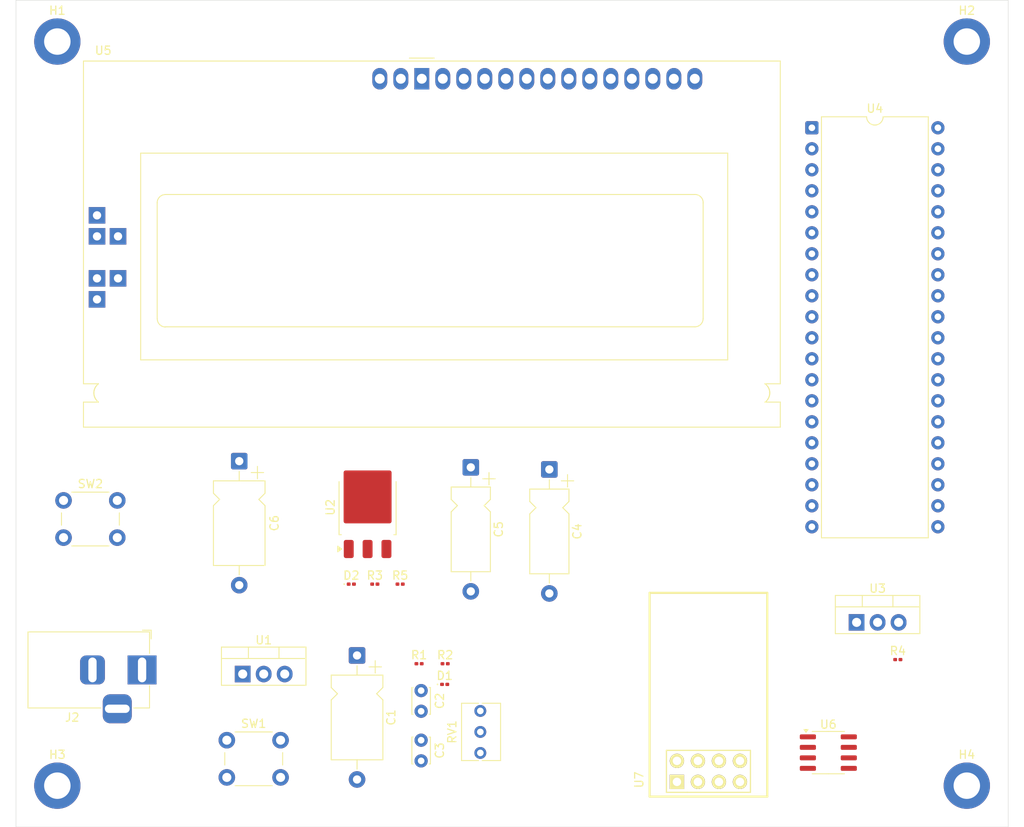
<source format=kicad_pcb>
(kicad_pcb (version 20241229) (generator "pcbnew") (generator_version "9.0")
  (title_block (title "Temperature Logger") (date "2025-07-15") (rev "1.0"))
  (layers (0 "F.Cu" signal) (2 "B.Cu" signal) (13 "F.Paste" user) (15 "B.Paste" user) (5 "F.SilkS" user "F.Silkscreen") (7 "B.SilkS" user "B.Silkscreen") (1 "F.Mask" user) (3 "B.Mask" user) (25 "Edge.Cuts" user))
  (net 0 "")
  (net 1 "GND")
  (net 2 "Net-(U1-VI)")
  (net 3 "Net-(U1-VO)")
  (net 4 "Net-(U4-RE3{slash}~{MCLR}{slash}Vpp)")
  (net 5 "Net-(U2-VO)")
  (net 6 "Net-(U7-RST)")
  (net 7 "Net-(D1-A)")
  (net 8 "Net-(D2-A)")
  (net 13 "Net-(U3-V_{OUT})")
  (net 14 "Net-(U5-A{slash}VEE)")
  (net 15 "+5V")
  (net 19 "Net-(U4-C12IN2-{slash}PGM{slash}AN9{slash}RB3)")
  (net 21 "Net-(U4-RD3)")
  (net 26 "Net-(U4-ICSPDAT{slash}RB7)")
  (net 29 "Net-(U4-C12IN3-{slash}AN10{slash}RB1)")
  (net 31 "Net-(U4-RD2)")
  (net 32 "Net-(U4-~{T1G}{slash}AN13{slash}RB5)")
  (net 35 "Net-(U4-ICSPCLK{slash}RB6)")
  (net 36 "Net-(U4-INT{slash}AN12{slash}RB0)")
  (net 37 "Net-(U4-AN11{slash}RB4)")
  (net 42 "Net-(U4-TX{slash}CK{slash}RC6)")
  (net 43 "Net-(U4-RX{slash}DT{slash}RC7)")
  (net 44 "Net-(U4-AN8{slash}RB2)")
  (net 58 "Net-(U6-SDAB)")
  (net 59 "Net-(U6-SCLB)")
  (footprint "Capacitor_THT:CP_Axial_L10.0mm_D4.5mm_P15.00mm_Horizontal" (layer "F.Cu") (at 132.7575 122.25 -90)
    (property "Reference" "C4" (at 7.5 -3.37 90) (layer "F.SilkS"))
    (property "Value" "100uF")
    (fp_line (start 2.38 2.37) (end 3.88 2.37) (stroke (width 0.12)) (layer "F.SilkS"))
    (fp_line (start 3.88 2.37) (end 4.63 1.62) (stroke (width 0.12)) (layer "F.SilkS"))
    (fp_line (start 5.38 2.37) (end 12.62 2.37) (stroke (width 0.12)) (layer "F.SilkS"))
    (fp_line (start 4.63 1.62) (end 5.38 2.37) (stroke (width 0.12)) (layer "F.SilkS"))
    (fp_line (start 1.24 0) (end 2.38 0) (stroke (width 0.12)) (layer "F.SilkS"))
    (fp_line (start 13.76 0) (end 12.62 0) (stroke (width 0.12)) (layer "F.SilkS"))
    (fp_line (start 4.63 -1.62) (end 5.38 -2.37) (stroke (width 0.12)) (layer "F.SilkS"))
    (fp_line (start 0.63 -2.2) (end 2.13 -2.2) (stroke (width 0.12)) (layer "F.SilkS"))
    (fp_line (start 2.38 -2.37) (end 2.38 2.37) (stroke (width 0.12)) (layer "F.SilkS"))
    (fp_line (start 2.38 -2.37) (end 3.88 -2.37) (stroke (width 0.12)) (layer "F.SilkS"))
    (fp_line (start 3.88 -2.37) (end 4.63 -1.62) (stroke (width 0.12)) (layer "F.SilkS"))
    (fp_line (start 5.38 -2.37) (end 12.62 -2.37) (stroke (width 0.12)) (layer "F.SilkS"))
    (fp_line (start 12.62 -2.37) (end 12.62 2.37) (stroke (width 0.12)) (layer "F.SilkS"))
    (fp_line (start 1.38 -2.95) (end 1.38 -1.45) (stroke (width 0.12)) (layer "F.SilkS"))
    (pad "1" thru_hole roundrect (at 0 0 270) (size 2 2) (drill 1) (layers "*.Cu" "*.Mask") (roundrect_rratio 0.125) (net 5 "Net-(U2-VO)"))
    (pad "2" thru_hole circle (at 15 0 270) (size 2 2) (drill 1) (layers "*.Cu" "*.Mask") (net 1 "GND"))
  )
  (footprint "Button_Switch_THT:SW_PUSH_6mm_H4.3mm" (layer "F.Cu") (at 93.75 155)
    (property "Reference" "SW1" (at 3.25 -2 0) (layer "F.SilkS"))
    (property "Value" "SW_Push")
    (fp_line (start -0.25 1.5) (end -0.25 3) (stroke (width 0.12)) (layer "F.SilkS"))
    (fp_line (start 1 5.5) (end 5.5 5.5) (stroke (width 0.12)) (layer "F.SilkS"))
    (fp_line (start 5.5 -1) (end 1 -1) (stroke (width 0.12)) (layer "F.SilkS"))
    (fp_line (start 6.75 3) (end 6.75 1.5) (stroke (width 0.12)) (layer "F.SilkS"))
    (pad "1" thru_hole circle (at 0 0 90) (size 2 2) (drill 1.1) (layers "*.Cu" "*.Mask") (net 4 "Net-(U4-RE3{slash}~{MCLR}{slash}Vpp)"))
    (pad "1" thru_hole circle (at 6.5 0 90) (size 2 2) (drill 1.1) (layers "*.Cu" "*.Mask") (net 4 "Net-(U4-RE3{slash}~{MCLR}{slash}Vpp)"))
    (pad "2" thru_hole circle (at 0 4.5 90) (size 2 2) (drill 1.1) (layers "*.Cu" "*.Mask") (net 1 "GND"))
    (pad "2" thru_hole circle (at 6.5 4.5 90) (size 2 2) (drill 1.1) (layers "*.Cu" "*.Mask") (net 1 "GND"))
  )
  (footprint "Resistor_SMD:R_0201_0603Metric" (layer "F.Cu") (at 114.71 136.125)
    (property "Reference" "R5" (at 0 -1.05 0) (layer "F.SilkS"))
    (property "Value" "10k")
    (pad "1" smd roundrect (at -0.32 0) (size 0.46 0.4) (layers "F.Cu" "F.Mask") (net 5 "Net-(U2-VO)"))
    (pad "2" smd roundrect (at 0.32 0) (size 0.46 0.4) (layers "F.Cu" "F.Mask") (net 6 "Net-(U7-RST)"))
  )
  (footprint "Display:RC1602A" (layer "F.Cu") (at 117.33 75)
    (property "Reference" "U5" (at -38.53 -3.41 180) (layer "F.SilkS"))
    (property "Value" "RC1602A-GHW-ESX")
    (fp_line (start -40.92 -2.14) (end 43.36 -2.14) (stroke (width 0.12)) (layer "F.SilkS"))
    (fp_line (start -40.92 36.89) (end -40.92 -2.14) (stroke (width 0.12)) (layer "F.SilkS"))
    (fp_line (start -40.92 36.89) (end -39.1 36.89) (stroke (width 0.12)) (layer "F.SilkS"))
    (fp_line (start -40.92 39.11) (end -39.1 39.11) (stroke (width 0.12)) (layer "F.SilkS"))
    (fp_line (start -40.92 42.14) (end -40.92 39.11) (stroke (width 0.12)) (layer "F.SilkS"))
    (fp_line (start -34 9) (end 37 9) (stroke (width 0.12)) (layer "F.SilkS"))
    (fp_line (start -34 34) (end -34 9) (stroke (width 0.12)) (layer "F.SilkS"))
    (fp_line (start -32 29) (end -32 15) (stroke (width 0.12)) (layer "F.SilkS"))
    (fp_line (start -31 14) (end 33 14) (stroke (width 0.12)) (layer "F.SilkS"))
    (fp_line (start -1.5 -2.5) (end 1.5 -2.5) (stroke (width 0.12)) (layer "F.SilkS"))
    (fp_line (start 33 30) (end -31 30) (stroke (width 0.12)) (layer "F.SilkS"))
    (fp_line (start 34.03 15) (end 34.03 29) (stroke (width 0.12)) (layer "F.SilkS"))
    (fp_line (start 37 9) (end 37 34) (stroke (width 0.12)) (layer "F.SilkS"))
    (fp_line (start 37 34) (end -34 34) (stroke (width 0.12)) (layer "F.SilkS"))
    (fp_line (start 41.5 39.11) (end 43.36 39.11) (stroke (width 0.12)) (layer "F.SilkS"))
    (fp_line (start 43.36 -2.14) (end 43.36 36.89) (stroke (width 0.12)) (layer "F.SilkS"))
    (fp_line (start 43.36 36.89) (end 41.5 36.89) (stroke (width 0.12)) (layer "F.SilkS"))
    (fp_line (start 43.36 39.11) (end 43.36 42.14) (stroke (width 0.12)) (layer "F.SilkS"))
    (fp_line (start 43.36 42.14) (end -40.92 42.14) (stroke (width 0.12)) (layer "F.SilkS"))
    (fp_arc (start -39.39 38.82) (mid -39.644716 37.794939) (end -39.1 36.89) (stroke (width 0.12)) (layer "F.SilkS"))
    (fp_arc (start -39.1 39.11) (mid -39.644716 38.205061) (end -39.39 37.18) (stroke (width 0.12)) (layer "F.SilkS"))
    (fp_arc (start -32.00286 15.00246) (mid -31.710488 14.296612) (end -31.00464 14.00424) (stroke (width 0.12)) (layer "F.SilkS"))
    (fp_arc (start -30.99464 30.0237) (mid -31.702284 29.730584) (end -31.9954 29.02294) (stroke (width 0.12)) (layer "F.SilkS"))
    (fp_arc (start 33.03574 13.99424) (mid 33.741588 14.286612) (end 34.03396 14.99246) (stroke (width 0.12)) (layer "F.SilkS"))
    (fp_arc (start 34.0265 29.00294) (mid 33.733384 29.710584) (end 33.02574 30.0037) (stroke (width 0.12)) (layer "F.SilkS"))
    (fp_arc (start 41.5 36.89) (mid 42.059361 37.759584) (end 41.84 38.77) (stroke (width 0.12)) (layer "F.SilkS"))
    (fp_arc (start 41.84 37.21) (mid 42.070574 38.233345) (end 41.51 39.12) (stroke (width 0.12)) (layer "F.SilkS"))
    (pad "" np_thru_hole circle (at -38.28 38 180) (size 2.5 2.5) (drill 2.5) (layers "*.Cu" "*.Mask"))
    (pad "" np_thru_hole circle (at -36.78 2 180) (size 2.5 2.5) (drill 2.5) (layers "*.Cu" "*.Mask"))
    (pad "" np_thru_hole circle (at 39.22 2 180) (size 2.5 2.5) (drill 2.5) (layers "*.Cu" "*.Mask"))
    (pad "" np_thru_hole circle (at 40.72 38 180) (size 2.5 2.5) (drill 2.5) (layers "*.Cu" "*.Mask"))
    (pad "1" thru_hole rect (at 0 0 180) (size 1.8 2.6) (drill 1.2) (layers "*.Cu" "*.Mask") (net 1 "GND"))
    (pad "2" thru_hole oval (at 2.54 0 180) (size 1.8 2.6) (drill 1.2) (layers "*.Cu" "*.Mask") (net 3 "Net-(U1-VO)"))
    (pad "3" thru_hole oval (at 5.08 0 180) (size 1.8 2.6) (drill 1.2) (layers "*.Cu" "*.Mask"))
    (pad "4" thru_hole oval (at 7.62 0 180) (size 1.8 2.6) (drill 1.2) (layers "*.Cu" "*.Mask") (net 21 "Net-(U4-RD3)"))
    (pad "5" thru_hole oval (at 10.16 0 180) (size 1.8 2.6) (drill 1.2) (layers "*.Cu" "*.Mask") (net 1 "GND"))
    (pad "6" thru_hole oval (at 12.7 0 180) (size 1.8 2.6) (drill 1.2) (layers "*.Cu" "*.Mask") (net 31 "Net-(U4-RD2)"))
    (pad "7" thru_hole oval (at 15.24 0 180) (size 1.8 2.6) (drill 1.2) (layers "*.Cu" "*.Mask") (net 36 "Net-(U4-INT{slash}AN12{slash}RB0)"))
    (pad "8" thru_hole oval (at 17.78 0 180) (size 1.8 2.6) (drill 1.2) (layers "*.Cu" "*.Mask") (net 29 "Net-(U4-C12IN3-{slash}AN10{slash}RB1)"))
    (pad "9" thru_hole oval (at 20.32 0 180) (size 1.8 2.6) (drill 1.2) (layers "*.Cu" "*.Mask") (net 44 "Net-(U4-AN8{slash}RB2)"))
    (pad "10" thru_hole oval (at 22.86 0 180) (size 1.8 2.6) (drill 1.2) (layers "*.Cu" "*.Mask") (net 19 "Net-(U4-C12IN2-{slash}PGM{slash}AN9{slash}RB3)"))
    (pad "11" thru_hole oval (at 25.4 0 180) (size 1.8 2.6) (drill 1.2) (layers "*.Cu" "*.Mask") (net 37 "Net-(U4-AN11{slash}RB4)"))
    (pad "12" thru_hole oval (at 27.94 0 180) (size 1.8 2.6) (drill 1.2) (layers "*.Cu" "*.Mask") (net 32 "Net-(U4-~{T1G}{slash}AN13{slash}RB5)"))
    (pad "13" thru_hole oval (at 30.48508 0.00254 180) (size 1.8 2.6) (drill 1.2) (layers "*.Cu" "*.Mask") (net 35 "Net-(U4-ICSPCLK{slash}RB6)"))
    (pad "14" thru_hole oval (at 33.02 0 180) (size 1.8 2.6) (drill 1.2) (layers "*.Cu" "*.Mask") (net 26 "Net-(U4-ICSPDAT{slash}RB7)"))
    (pad "15" thru_hole oval (at -5.08 0 180) (size 1.8 2.6) (drill 1.2) (layers "*.Cu" "*.Mask") (net 14 "Net-(U5-A{slash}VEE)"))
    (pad "16" thru_hole oval (at -2.53492 0.00254 180) (size 1.8 2.6) (drill 1.2) (layers "*.Cu" "*.Mask"))
    (pad "A1" thru_hole rect (at -39.28 24.14 180) (size 2 2) (drill 1) (layers "*.Cu" "*.Mask"))
    (pad "A1" thru_hole rect (at -39.28 26.68 180) (size 2 2) (drill 1) (layers "*.Cu" "*.Mask"))
    (pad "A1" thru_hole rect (at -36.74 24.14 180) (size 2 2) (drill 1) (layers "*.Cu" "*.Mask"))
    (pad "K1" thru_hole rect (at -39.28 16.52 180) (size 2 2) (drill 1) (layers "*.Cu" "*.Mask"))
    (pad "K1" thru_hole rect (at -39.28 19.06 180) (size 2 2) (drill 1) (layers "*.Cu" "*.Mask"))
    (pad "K1" thru_hole rect (at -36.74 19.06 180) (size 2 2) (drill 1) (layers "*.Cu" "*.Mask"))
  )
  (footprint "Potentiometer_THT:Potentiometer_Bourns_3266Y_Vertical" (layer "F.Cu") (at 124.41 151.46 90)
    (property "Reference" "RV1" (at -2.54 -3.41 90) (layer "F.SilkS"))
    (property "Value" "R_Potentiometer")
    (fp_line (start 0.925 -2.27) (end 0.925 -0.217) (stroke (width 0.12)) (layer "F.SilkS"))
    (fp_line (start -6.005 -2.27) (end 0.925 -2.27) (stroke (width 0.12)) (layer "F.SilkS"))
    (fp_line (start -6.005 -2.27) (end -6.005 -0.217) (stroke (width 0.12)) (layer "F.SilkS"))
    (fp_line (start 0.925 0.217) (end 0.925 2.45) (stroke (width 0.12)) (layer "F.SilkS"))
    (fp_line (start -6.005 0.217) (end -6.005 2.45) (stroke (width 0.12)) (layer "F.SilkS"))
    (fp_line (start -6.005 2.45) (end 0.925 2.45) (stroke (width 0.12)) (layer "F.SilkS"))
    (pad "1" thru_hole circle (at 0 0 90) (size 1.44 1.44) (drill 0.8) (layers "*.Cu" "*.Mask") (net 3 "Net-(U1-VO)"))
    (pad "2" thru_hole circle (at -2.54 0 90) (size 1.44 1.44) (drill 0.8) (layers "*.Cu" "*.Mask") (net 14 "Net-(U5-A{slash}VEE)"))
    (pad "3" thru_hole circle (at -5.08 0 90) (size 1.44 1.44) (drill 0.8) (layers "*.Cu" "*.Mask") (net 1 "GND"))
  )
  (footprint "Resistor_SMD:R_0201_0603Metric" (layer "F.Cu") (at 174.905 145.25)
    (property "Reference" "R4" (at 0 -1.05 0) (layer "F.SilkS"))
    (property "Value" "10k")
    (pad "1" smd roundrect (at -0.32 0) (size 0.46 0.4) (layers "F.Cu" "F.Mask") (net 1 "GND"))
    (pad "2" smd roundrect (at 0.32 0) (size 0.46 0.4) (layers "F.Cu" "F.Mask") (net 13 "Net-(U3-V_{OUT})"))
  )
  (footprint "Resistor_SMD:R_0201_0603Metric" (layer "F.Cu") (at 111.65 136.125)
    (property "Reference" "R3" (at 0 -1.05 0) (layer "F.SilkS"))
    (property "Value" "470")
    (pad "1" smd roundrect (at -0.32 0) (size 0.46 0.4) (layers "F.Cu" "F.Mask") (net 5 "Net-(U2-VO)"))
    (pad "2" smd roundrect (at 0.32 0) (size 0.46 0.4) (layers "F.Cu" "F.Mask") (net 8 "Net-(D2-A)"))
  )
  (footprint "Package_TO_SOT_SMD:TO-252-3_TabPin2" (layer "F.Cu") (at 110.775 126.835 90)
    (property "Reference" "U2" (at 0 -4.5 90) (layer "F.SilkS"))
    (property "Value" "LM1117DT-3.3")
    (fp_line (start 3.11 -3.45) (end -3.31 -3.45) (stroke (width 0.12)) (layer "F.SilkS"))
    (fp_line (start -3.31 -3.45) (end -3.31 -3.18) (stroke (width 0.12)) (layer "F.SilkS"))
    (fp_line (start 3.11 3.45) (end -3.31 3.45) (stroke (width 0.12)) (layer "F.SilkS"))
    (fp_line (start -3.31 3.45) (end -3.31 3.18) (stroke (width 0.12)) (layer "F.SilkS"))
    (fp_poly (pts (xy -5.04 -3.14) (xy -5.38 -3.61) (xy -4.7 -3.61)) (stroke (width 0.12)) (fill yes) (layer "F.SilkS"))
    (pad "1" smd roundrect (at -5.04 -2.28 90) (size 2.2 1.2) (layers "F.Cu" "F.Mask" "F.Paste") (roundrect_rratio 0.208333) (net 1 "GND"))
    (pad "2" smd roundrect (at -5.04 0 90) (size 2.2 1.2) (layers "F.Cu" "F.Mask" "F.Paste") (roundrect_rratio 0.208333) (net 5 "Net-(U2-VO)"))
    (pad "2" smd roundrect (at 1.26 0 90) (size 6.4 5.8) (layers "F.Cu" "F.Mask") (roundrect_rratio 0.043103) (net 5 "Net-(U2-VO)"))
    (pad "3" smd roundrect (at -5.04 2.28 90) (size 2.2 1.2) (layers "F.Cu" "F.Mask" "F.Paste") (roundrect_rratio 0.208333) (net 3 "Net-(U1-VO)"))
  )
  (footprint "Resistor_SMD:R_0201_0603Metric" (layer "F.Cu") (at 120.155 145.75)
    (property "Reference" "R2" (at 0 -1.05 0) (layer "F.SilkS"))
    (property "Value" "10k")
    (pad "1" smd roundrect (at -0.32 0) (size 0.46 0.4) (layers "F.Cu" "F.Mask") (net 3 "Net-(U1-VO)"))
    (pad "2" smd roundrect (at 0.32 0) (size 0.46 0.4) (layers "F.Cu" "F.Mask") (net 4 "Net-(U4-RE3{slash}~{MCLR}{slash}Vpp)"))
  )
  (footprint "Capacitor_THT:C_Disc_D3.0mm_W2.0mm_P2.50mm" (layer "F.Cu") (at 117.25 149 -90)
    (property "Reference" "C2" (at 1.25 -2.25 90) (layer "F.SilkS"))
    (property "Value" "0.1uF")
    (fp_line (start -0.37 1.12) (end 2.87 1.12) (stroke (width 0.12)) (layer "F.SilkS"))
    (fp_line (start -0.37 0.972) (end -0.37 1.12) (stroke (width 0.12)) (layer "F.SilkS"))
    (fp_line (start 2.87 0.972) (end 2.87 1.12) (stroke (width 0.12)) (layer "F.SilkS"))
    (fp_line (start -0.37 -1.12) (end -0.37 -0.972) (stroke (width 0.12)) (layer "F.SilkS"))
    (fp_line (start -0.37 -1.12) (end 2.87 -1.12) (stroke (width 0.12)) (layer "F.SilkS"))
    (fp_line (start 2.87 -1.12) (end 2.87 -0.972) (stroke (width 0.12)) (layer "F.SilkS"))
    (pad "1" thru_hole circle (at 0 0 270) (size 1.6 1.6) (drill 0.8) (layers "*.Cu" "*.Mask") (net 3 "Net-(U1-VO)"))
    (pad "2" thru_hole circle (at 2.5 0 270) (size 1.6 1.6) (drill 0.8) (layers "*.Cu" "*.Mask") (net 1 "GND"))
  )
  (footprint "ESP8266:ESP-01" (layer "F.Cu") (at 148.19 160.041 90)
    (property "Reference" "U7" (at 0.254 -4.572 90) (layer "F.SilkS"))
    (property "Value" "ESP-01v090")
    (fp_line (start 22.86 -3.302) (end 22.86 10.922) (stroke (width 0.254)) (layer "F.SilkS"))
    (fp_line (start -1.778 -3.302) (end 22.86 -3.302) (stroke (width 0.254)) (layer "F.SilkS"))
    (fp_line (start 3.81 -1.27) (end 1.27 -1.27) (stroke (width 0.1524)) (layer "F.SilkS"))
    (fp_line (start 1.27 -1.27) (end -1.27 -1.27) (stroke (width 0.1524)) (layer "F.SilkS"))
    (fp_line (start -1.27 -1.27) (end -1.27 1.27) (stroke (width 0.1524)) (layer "F.SilkS"))
    (fp_line (start -1.27 1.27) (end -1.27 8.89) (stroke (width 0.1524)) (layer "F.SilkS"))
    (fp_line (start 3.81 8.89) (end 3.81 -1.27) (stroke (width 0.1524)) (layer "F.SilkS"))
    (fp_line (start -1.27 8.89) (end 3.81 8.89) (stroke (width 0.1524)) (layer "F.SilkS"))
    (fp_line (start 22.86 10.922) (end -1.778 10.922) (stroke (width 0.254)) (layer "F.SilkS"))
    (fp_line (start -1.778 10.922) (end -1.778 -3.302) (stroke (width 0.254)) (layer "F.SilkS"))
    (pad "1" thru_hole rect (at 0 0 90) (size 1.7272 1.7272) (drill 1.016) (layers "*.Cu" "*.Mask" "F.SilkS") (net 59 "Net-(U6-SCLB)"))
    (pad "2" thru_hole oval (at 2.54 0 90) (size 1.7272 1.7272) (drill 1.016) (layers "*.Cu" "*.Mask" "F.SilkS") (net 1 "GND"))
    (pad "3" thru_hole oval (at 0 2.54 90) (size 1.7272 1.7272) (drill 1.016) (layers "*.Cu" "*.Mask" "F.SilkS") (net 5 "Net-(U2-VO)"))
    (pad "4" thru_hole oval (at 2.54 2.54 90) (size 1.7272 1.7272) (drill 1.016) (layers "*.Cu" "*.Mask" "F.SilkS"))
    (pad "5" thru_hole oval (at 0 5.08 90) (size 1.7272 1.7272) (drill 1.016) (layers "*.Cu" "*.Mask" "F.SilkS") (net 6 "Net-(U7-RST)"))
    (pad "6" thru_hole oval (at 2.54 5.08 90) (size 1.7272 1.7272) (drill 1.016) (layers "*.Cu" "*.Mask" "F.SilkS"))
    (pad "7" thru_hole oval (at 0 7.62 90) (size 1.7272 1.7272) (drill 1.016) (layers "*.Cu" "*.Mask" "F.SilkS") (net 5 "Net-(U2-VO)"))
    (pad "8" thru_hole oval (at 2.54 7.62 90) (size 1.7272 1.7272) (drill 1.016) (layers "*.Cu" "*.Mask" "F.SilkS") (net 58 "Net-(U6-SDAB)"))
  )
  (footprint "Capacitor_THT:CP_Axial_L10.0mm_D4.5mm_P15.00mm_Horizontal" (layer "F.Cu") (at 123.2575 122 -90)
    (property "Reference" "C5" (at 7.5 -3.37 90) (layer "F.SilkS"))
    (property "Value" "100uF")
    (fp_line (start 2.38 2.37) (end 3.88 2.37) (stroke (width 0.12)) (layer "F.SilkS"))
    (fp_line (start 3.88 2.37) (end 4.63 1.62) (stroke (width 0.12)) (layer "F.SilkS"))
    (fp_line (start 5.38 2.37) (end 12.62 2.37) (stroke (width 0.12)) (layer "F.SilkS"))
    (fp_line (start 4.63 1.62) (end 5.38 2.37) (stroke (width 0.12)) (layer "F.SilkS"))
    (fp_line (start 1.24 0) (end 2.38 0) (stroke (width 0.12)) (layer "F.SilkS"))
    (fp_line (start 13.76 0) (end 12.62 0) (stroke (width 0.12)) (layer "F.SilkS"))
    (fp_line (start 4.63 -1.62) (end 5.38 -2.37) (stroke (width 0.12)) (layer "F.SilkS"))
    (fp_line (start 0.63 -2.2) (end 2.13 -2.2) (stroke (width 0.12)) (layer "F.SilkS"))
    (fp_line (start 2.38 -2.37) (end 2.38 2.37) (stroke (width 0.12)) (layer "F.SilkS"))
    (fp_line (start 2.38 -2.37) (end 3.88 -2.37) (stroke (width 0.12)) (layer "F.SilkS"))
    (fp_line (start 3.88 -2.37) (end 4.63 -1.62) (stroke (width 0.12)) (layer "F.SilkS"))
    (fp_line (start 5.38 -2.37) (end 12.62 -2.37) (stroke (width 0.12)) (layer "F.SilkS"))
    (fp_line (start 12.62 -2.37) (end 12.62 2.37) (stroke (width 0.12)) (layer "F.SilkS"))
    (fp_line (start 1.38 -2.95) (end 1.38 -1.45) (stroke (width 0.12)) (layer "F.SilkS"))
    (pad "1" thru_hole roundrect (at 0 0 270) (size 2 2) (drill 1) (layers "*.Cu" "*.Mask") (roundrect_rratio 0.125) (net 3 "Net-(U1-VO)"))
    (pad "2" thru_hole circle (at 15 0 270) (size 2 2) (drill 1) (layers "*.Cu" "*.Mask") (net 1 "GND"))
  )
  (footprint "Package_TO_SOT_THT:TO-220-3_Vertical" (layer "F.Cu") (at 169.92 140.75)
    (property "Reference" "U3" (at 2.54 -4.1 0) (layer "F.SilkS"))
    (property "Value" "LM35-NEB")
    (fp_line (start -2.57 -3.26) (end -2.57 1.36) (stroke (width 0.12)) (layer "F.SilkS"))
    (fp_line (start -2.57 -3.26) (end 7.65 -3.26) (stroke (width 0.12)) (layer "F.SilkS"))
    (fp_line (start -2.57 -1.88) (end 7.65 -1.88) (stroke (width 0.12)) (layer "F.SilkS"))
    (fp_line (start -2.57 1.36) (end 7.65 1.36) (stroke (width 0.12)) (layer "F.SilkS"))
    (fp_line (start 0.69 -3.26) (end 0.69 -1.88) (stroke (width 0.12)) (layer "F.SilkS"))
    (fp_line (start 4.39 -3.26) (end 4.39 -1.88) (stroke (width 0.12)) (layer "F.SilkS"))
    (fp_line (start 7.65 -3.26) (end 7.65 1.36) (stroke (width 0.12)) (layer "F.SilkS"))
    (pad "1" thru_hole rect (at 0 0) (size 1.905 2) (drill 1.1) (layers "*.Cu" "*.Mask") (net 15 "+5V"))
    (pad "2" thru_hole oval (at 2.54 0) (size 1.905 2) (drill 1.1) (layers "*.Cu" "*.Mask") (net 1 "GND"))
    (pad "3" thru_hole oval (at 5.08 0) (size 1.905 2) (drill 1.1) (layers "*.Cu" "*.Mask") (net 13 "Net-(U3-V_{OUT})"))
  )
  (footprint "Capacitor_THT:CP_Axial_L10.0mm_D6.0mm_P15.00mm_Horizontal" (layer "F.Cu") (at 109.5 144.75 -90)
    (property "Reference" "C1" (at 7.5 -4.12 90) (layer "F.SilkS"))
    (property "Value" "1000uF")
    (fp_line (start 2.38 3.12) (end 3.88 3.12) (stroke (width 0.12)) (layer "F.SilkS"))
    (fp_line (start 3.88 3.12) (end 4.63 2.37) (stroke (width 0.12)) (layer "F.SilkS"))
    (fp_line (start 5.38 3.12) (end 12.62 3.12) (stroke (width 0.12)) (layer "F.SilkS"))
    (fp_line (start 4.63 2.37) (end 5.38 3.12) (stroke (width 0.12)) (layer "F.SilkS"))
    (fp_line (start 1.24 0) (end 2.38 0) (stroke (width 0.12)) (layer "F.SilkS"))
    (fp_line (start 13.76 0) (end 12.62 0) (stroke (width 0.12)) (layer "F.SilkS"))
    (fp_line (start 0.63 -2.2) (end 2.13 -2.2) (stroke (width 0.12)) (layer "F.SilkS"))
    (fp_line (start 4.63 -2.37) (end 5.38 -3.12) (stroke (width 0.12)) (layer "F.SilkS"))
    (fp_line (start 1.38 -2.95) (end 1.38 -1.45) (stroke (width 0.12)) (layer "F.SilkS"))
    (fp_line (start 2.38 -3.12) (end 2.38 3.12) (stroke (width 0.12)) (layer "F.SilkS"))
    (fp_line (start 2.38 -3.12) (end 3.88 -3.12) (stroke (width 0.12)) (layer "F.SilkS"))
    (fp_line (start 3.88 -3.12) (end 4.63 -2.37) (stroke (width 0.12)) (layer "F.SilkS"))
    (fp_line (start 5.38 -3.12) (end 12.62 -3.12) (stroke (width 0.12)) (layer "F.SilkS"))
    (fp_line (start 12.62 -3.12) (end 12.62 3.12) (stroke (width 0.12)) (layer "F.SilkS"))
    (pad "1" thru_hole roundrect (at 0 0 270) (size 2 2) (drill 1) (layers "*.Cu" "*.Mask") (roundrect_rratio 0.125) (net 2 "Net-(U1-VI)"))
    (pad "2" thru_hole circle (at 15 0 270) (size 2 2) (drill 1) (layers "*.Cu" "*.Mask") (net 1 "GND"))
  )
  (footprint "MountingHole:MountingHole_3.2mm_M3_DIN965_Pad" (layer "F.Cu") (at 183.25 70.5)
    (property "Reference" "H2" (at 0 -3.75 0) (layer "F.SilkS"))
    (property "Value" "MountingHole_Pad")
    (pad "1" thru_hole circle (at 0 0) (size 5.6 5.6) (drill 3.2) (layers "*.Cu" "*.Mask"))
  )
  (footprint "Capacitor_THT:CP_Axial_L10.0mm_D6.0mm_P15.00mm_Horizontal" (layer "F.Cu") (at 95.25 121.25 -90)
    (property "Reference" "C6" (at 7.5 -4.25 90) (layer "F.SilkS"))
    (property "Value" "10uF")
    (fp_line (start 2.38 3.12) (end 3.88 3.12) (stroke (width 0.12)) (layer "F.SilkS"))
    (fp_line (start 3.88 3.12) (end 4.63 2.37) (stroke (width 0.12)) (layer "F.SilkS"))
    (fp_line (start 5.38 3.12) (end 12.62 3.12) (stroke (width 0.12)) (layer "F.SilkS"))
    (fp_line (start 4.63 2.37) (end 5.38 3.12) (stroke (width 0.12)) (layer "F.SilkS"))
    (fp_line (start 1.24 0) (end 2.38 0) (stroke (width 0.12)) (layer "F.SilkS"))
    (fp_line (start 13.76 0) (end 12.62 0) (stroke (width 0.12)) (layer "F.SilkS"))
    (fp_line (start 0.63 -2.2) (end 2.13 -2.2) (stroke (width 0.12)) (layer "F.SilkS"))
    (fp_line (start 4.63 -2.37) (end 5.38 -3.12) (stroke (width 0.12)) (layer "F.SilkS"))
    (fp_line (start 1.38 -2.95) (end 1.38 -1.45) (stroke (width 0.12)) (layer "F.SilkS"))
    (fp_line (start 2.38 -3.12) (end 2.38 3.12) (stroke (width 0.12)) (layer "F.SilkS"))
    (fp_line (start 2.38 -3.12) (end 3.88 -3.12) (stroke (width 0.12)) (layer "F.SilkS"))
    (fp_line (start 3.88 -3.12) (end 4.63 -2.37) (stroke (width 0.12)) (layer "F.SilkS"))
    (fp_line (start 5.38 -3.12) (end 12.62 -3.12) (stroke (width 0.12)) (layer "F.SilkS"))
    (fp_line (start 12.62 -3.12) (end 12.62 3.12) (stroke (width 0.12)) (layer "F.SilkS"))
    (pad "1" thru_hole roundrect (at 0 0 270) (size 2 2) (drill 1) (layers "*.Cu" "*.Mask") (roundrect_rratio 0.125) (net 6 "Net-(U7-RST)"))
    (pad "2" thru_hole circle (at 15 0 270) (size 2 2) (drill 1) (layers "*.Cu" "*.Mask") (net 1 "GND"))
  )
  (footprint "Package_TO_SOT_THT:TO-220-3_Vertical" (layer "F.Cu") (at 95.67 147)
    (property "Reference" "U1" (at 2.54 -4.1 0) (layer "F.SilkS"))
    (property "Value" "LM7805_TO220")
    (fp_line (start -2.57 -3.26) (end -2.57 1.36) (stroke (width 0.12)) (layer "F.SilkS"))
    (fp_line (start -2.57 -3.26) (end 7.65 -3.26) (stroke (width 0.12)) (layer "F.SilkS"))
    (fp_line (start -2.57 -1.88) (end 7.65 -1.88) (stroke (width 0.12)) (layer "F.SilkS"))
    (fp_line (start -2.57 1.36) (end 7.65 1.36) (stroke (width 0.12)) (layer "F.SilkS"))
    (fp_line (start 0.69 -3.26) (end 0.69 -1.88) (stroke (width 0.12)) (layer "F.SilkS"))
    (fp_line (start 4.39 -3.26) (end 4.39 -1.88) (stroke (width 0.12)) (layer "F.SilkS"))
    (fp_line (start 7.65 -3.26) (end 7.65 1.36) (stroke (width 0.12)) (layer "F.SilkS"))
    (pad "1" thru_hole rect (at 0 0) (size 1.905 2) (drill 1.1) (layers "*.Cu" "*.Mask") (net 2 "Net-(U1-VI)"))
    (pad "2" thru_hole oval (at 2.54 0) (size 1.905 2) (drill 1.1) (layers "*.Cu" "*.Mask") (net 1 "GND"))
    (pad "3" thru_hole oval (at 5.08 0) (size 1.905 2) (drill 1.1) (layers "*.Cu" "*.Mask") (net 3 "Net-(U1-VO)"))
  )
  (footprint "LED_SMD:LED_0201_0603Metric" (layer "F.Cu") (at 120.095 148.25)
    (property "Reference" "D1" (at 0 -1.05 0) (layer "F.SilkS"))
    (property "Value" "LED")
    (fp_circle (center -0.86 0) (end -0.81 0) (stroke (width 0.1)) (fill no) (layer "F.SilkS"))
    (pad "1" smd roundrect (at -0.32 0) (size 0.46 0.4) (layers "F.Cu" "F.Mask") (net 1 "GND"))
    (pad "2" smd roundrect (at 0.32 0) (size 0.46 0.4) (layers "F.Cu" "F.Mask") (net 7 "Net-(D1-A)"))
  )
  (footprint "Package_SO:SOIC-8_3.9x4.9mm_P1.27mm" (layer "F.Cu") (at 166.5 156.5)
    (property "Reference" "U6" (at 0 -3.4 0) (layer "F.SilkS"))
    (property "Value" "TCA9517D")
    (fp_line (start 0 -2.56) (end -1.95 -2.56) (stroke (width 0.12)) (layer "F.SilkS"))
    (fp_line (start 0 -2.56) (end 1.95 -2.56) (stroke (width 0.12)) (layer "F.SilkS"))
    (fp_line (start 0 2.56) (end -1.95 2.56) (stroke (width 0.12)) (layer "F.SilkS"))
    (fp_line (start 0 2.56) (end 1.95 2.56) (stroke (width 0.12)) (layer "F.SilkS"))
    (fp_poly (pts (xy -2.7 -2.465) (xy -2.94 -2.795) (xy -2.46 -2.795)) (stroke (width 0.12)) (fill yes) (layer "F.SilkS"))
    (pad "1" smd roundrect (at -2.475 -1.905) (size 1.95 0.6) (layers "F.Cu" "F.Mask" "F.Paste") (net 3 "Net-(U1-VO)"))
    (pad "2" smd roundrect (at -2.475 -0.635) (size 1.95 0.6) (layers "F.Cu" "F.Mask" "F.Paste") (net 43 "Net-(U4-RX{slash}DT{slash}RC7)"))
    (pad "3" smd roundrect (at -2.475 0.635) (size 1.95 0.6) (layers "F.Cu" "F.Mask" "F.Paste") (net 42 "Net-(U4-TX{slash}CK{slash}RC6)"))
    (pad "4" smd roundrect (at -2.475 1.905) (size 1.95 0.6) (layers "F.Cu" "F.Mask" "F.Paste") (net 1 "GND"))
    (pad "5" smd roundrect (at 2.475 1.905) (size 1.95 0.6) (layers "F.Cu" "F.Mask" "F.Paste"))
    (pad "6" smd roundrect (at 2.475 0.635) (size 1.95 0.6) (layers "F.Cu" "F.Mask" "F.Paste") (net 58 "Net-(U6-SDAB)"))
    (pad "7" smd roundrect (at 2.475 -0.635) (size 1.95 0.6) (layers "F.Cu" "F.Mask" "F.Paste") (net 59 "Net-(U6-SCLB)"))
    (pad "8" smd roundrect (at 2.475 -1.905) (size 1.95 0.6) (layers "F.Cu" "F.Mask" "F.Paste") (net 5 "Net-(U2-VO)"))
  )
  (footprint "MountingHole:MountingHole_3.2mm_M3_DIN965_Pad" (layer "F.Cu") (at 183.25 160.5)
    (property "Reference" "H4" (at 0 -3.75 0) (layer "F.SilkS"))
    (property "Value" "MountingHole_Pad")
    (pad "1" thru_hole circle (at 0 0) (size 5.6 5.6) (drill 3.2) (layers "*.Cu" "*.Mask"))
  )
  (footprint "Connector_BarrelJack:BarrelJack_Horizontal" (layer "F.Cu") (at 83.5 146.5)
    (property "Reference" "J2" (at -8.45 5.75 0) (layer "F.SilkS"))
    (property "Value" "Barrel_Jack_Switch")
    (fp_line (start -13.8 -4.6) (end 0.9 -4.6) (stroke (width 0.12)) (layer "F.SilkS"))
    (fp_line (start -13.8 4.6) (end -13.8 -4.6) (stroke (width 0.12)) (layer "F.SilkS"))
    (fp_line (start -5 4.6) (end -13.8 4.6) (stroke (width 0.12)) (layer "F.SilkS"))
    (fp_line (start 0.05 -4.8) (end 1.1 -4.8) (stroke (width 0.12)) (layer "F.SilkS"))
    (fp_line (start 0.9 -4.6) (end 0.9 -2) (stroke (width 0.12)) (layer "F.SilkS"))
    (fp_line (start 0.9 1.9) (end 0.9 4.6) (stroke (width 0.12)) (layer "F.SilkS"))
    (fp_line (start 0.9 4.6) (end -1 4.6) (stroke (width 0.12)) (layer "F.SilkS"))
    (fp_line (start 1.1 -3.75) (end 1.1 -4.8) (stroke (width 0.12)) (layer "F.SilkS"))
    (pad "1" thru_hole rect (at 0 0) (size 3.5 3.5) (drill oval 1 3) (layers "*.Cu" "*.Mask") (net 2 "Net-(U1-VI)"))
    (pad "2" thru_hole roundrect (at -6 0) (size 3 3.5) (drill oval 1 3) (layers "*.Cu" "*.Mask") (net 1 "GND"))
    (pad "3" thru_hole roundrect (at -3 4.7) (size 3.5 3.5) (drill oval 3 1) (layers "*.Cu" "*.Mask") (net 1 "GND"))
  )
  (footprint "Package_DIP:DIP-40_W15.24mm" (layer "F.Cu") (at 164.51 80.93)
    (property "Reference" "U4" (at 7.62 -2.33 0) (layer "F.SilkS"))
    (property "Value" "PIC16F887-IP")
    (fp_line (start 1.16 -1.33) (end 1.16 49.59) (stroke (width 0.12)) (layer "F.SilkS"))
    (fp_line (start 1.16 49.59) (end 14.08 49.59) (stroke (width 0.12)) (layer "F.SilkS"))
    (fp_line (start 6.62 -1.33) (end 1.16 -1.33) (stroke (width 0.12)) (layer "F.SilkS"))
    (fp_line (start 14.08 -1.33) (end 8.62 -1.33) (stroke (width 0.12)) (layer "F.SilkS"))
    (fp_line (start 14.08 49.59) (end 14.08 -1.33) (stroke (width 0.12)) (layer "F.SilkS"))
    (fp_arc (start 8.62 -1.33) (mid 7.62 -0.33) (end 6.62 -1.33) (stroke (width 0.12)) (layer "F.SilkS"))
    (pad "1" thru_hole roundrect (at 0 0) (size 1.6 1.6) (drill 0.8) (layers "*.Cu" "*.Mask") (roundrect_rratio 0.15625) (net 4 "Net-(U4-RE3{slash}~{MCLR}{slash}Vpp)"))
    (pad "2" thru_hole circle (at 0 2.54) (size 1.6 1.6) (drill 0.8) (layers "*.Cu" "*.Mask") (net 13 "Net-(U3-V_{OUT})"))
    (pad "3" thru_hole circle (at 0 5.08) (size 1.6 1.6) (drill 0.8) (layers "*.Cu" "*.Mask"))
    (pad "4" thru_hole circle (at 0 7.62) (size 1.6 1.6) (drill 0.8) (layers "*.Cu" "*.Mask"))
    (pad "5" thru_hole circle (at 0 10.16) (size 1.6 1.6) (drill 0.8) (layers "*.Cu" "*.Mask"))
    (pad "6" thru_hole circle (at 0 12.7) (size 1.6 1.6) (drill 0.8) (layers "*.Cu" "*.Mask"))
    (pad "7" thru_hole circle (at 0 15.24) (size 1.6 1.6) (drill 0.8) (layers "*.Cu" "*.Mask"))
    (pad "8" thru_hole circle (at 0 17.78) (size 1.6 1.6) (drill 0.8) (layers "*.Cu" "*.Mask"))
    (pad "9" thru_hole circle (at 0 20.32) (size 1.6 1.6) (drill 0.8) (layers "*.Cu" "*.Mask"))
    (pad "10" thru_hole circle (at 0 22.86) (size 1.6 1.6) (drill 0.8) (layers "*.Cu" "*.Mask"))
    (pad "11" thru_hole circle (at 0 25.4) (size 1.6 1.6) (drill 0.8) (layers "*.Cu" "*.Mask") (net 3 "Net-(U1-VO)"))
    (pad "12" thru_hole circle (at 0 27.94) (size 1.6 1.6) (drill 0.8) (layers "*.Cu" "*.Mask") (net 1 "GND"))
    (pad "13" thru_hole circle (at 0 30.48) (size 1.6 1.6) (drill 0.8) (layers "*.Cu" "*.Mask"))
    (pad "14" thru_hole circle (at 0 33.02) (size 1.6 1.6) (drill 0.8) (layers "*.Cu" "*.Mask"))
    (pad "15" thru_hole circle (at 0 35.56) (size 1.6 1.6) (drill 0.8) (layers "*.Cu" "*.Mask"))
    (pad "16" thru_hole circle (at 0 38.1) (size 1.6 1.6) (drill 0.8) (layers "*.Cu" "*.Mask"))
    (pad "17" thru_hole circle (at 0 40.64) (size 1.6 1.6) (drill 0.8) (layers "*.Cu" "*.Mask"))
    (pad "18" thru_hole circle (at 0 43.18) (size 1.6 1.6) (drill 0.8) (layers "*.Cu" "*.Mask"))
    (pad "19" thru_hole circle (at 0 45.72) (size 1.6 1.6) (drill 0.8) (layers "*.Cu" "*.Mask"))
    (pad "20" thru_hole circle (at 0 48.26) (size 1.6 1.6) (drill 0.8) (layers "*.Cu" "*.Mask"))
    (pad "21" thru_hole circle (at 15.24 48.26) (size 1.6 1.6) (drill 0.8) (layers "*.Cu" "*.Mask") (net 31 "Net-(U4-RD2)"))
    (pad "22" thru_hole circle (at 15.24 45.72) (size 1.6 1.6) (drill 0.8) (layers "*.Cu" "*.Mask") (net 21 "Net-(U4-RD3)"))
    (pad "23" thru_hole circle (at 15.24 43.18) (size 1.6 1.6) (drill 0.8) (layers "*.Cu" "*.Mask"))
    (pad "24" thru_hole circle (at 15.24 40.64) (size 1.6 1.6) (drill 0.8) (layers "*.Cu" "*.Mask"))
    (pad "25" thru_hole circle (at 15.24 38.1) (size 1.6 1.6) (drill 0.8) (layers "*.Cu" "*.Mask") (net 42 "Net-(U4-TX{slash}CK{slash}RC6)"))
    (pad "26" thru_hole circle (at 15.24 35.56) (size 1.6 1.6) (drill 0.8) (layers "*.Cu" "*.Mask") (net 43 "Net-(U4-RX{slash}DT{slash}RC7)"))
    (pad "27" thru_hole circle (at 15.24 33.02) (size 1.6 1.6) (drill 0.8) (layers "*.Cu" "*.Mask"))
    (pad "28" thru_hole circle (at 15.24 30.48) (size 1.6 1.6) (drill 0.8) (layers "*.Cu" "*.Mask"))
    (pad "29" thru_hole circle (at 15.24 27.94) (size 1.6 1.6) (drill 0.8) (layers "*.Cu" "*.Mask"))
    (pad "30" thru_hole circle (at 15.24 25.4) (size 1.6 1.6) (drill 0.8) (layers "*.Cu" "*.Mask"))
    (pad "31" thru_hole circle (at 15.24 22.86) (size 1.6 1.6) (drill 0.8) (layers "*.Cu" "*.Mask") (net 1 "GND"))
    (pad "32" thru_hole circle (at 15.24 20.32) (size 1.6 1.6) (drill 0.8) (layers "*.Cu" "*.Mask") (net 3 "Net-(U1-VO)"))
    (pad "33" thru_hole circle (at 15.24 17.78) (size 1.6 1.6) (drill 0.8) (layers "*.Cu" "*.Mask") (net 36 "Net-(U4-INT{slash}AN12{slash}RB0)"))
    (pad "34" thru_hole circle (at 15.24 15.24) (size 1.6 1.6) (drill 0.8) (layers "*.Cu" "*.Mask") (net 29 "Net-(U4-C12IN3-{slash}AN10{slash}RB1)"))
    (pad "35" thru_hole circle (at 15.24 12.7) (size 1.6 1.6) (drill 0.8) (layers "*.Cu" "*.Mask") (net 44 "Net-(U4-AN8{slash}RB2)"))
    (pad "36" thru_hole circle (at 15.24 10.16) (size 1.6 1.6) (drill 0.8) (layers "*.Cu" "*.Mask") (net 19 "Net-(U4-C12IN2-{slash}PGM{slash}AN9{slash}RB3)"))
    (pad "37" thru_hole circle (at 15.24 7.62) (size 1.6 1.6) (drill 0.8) (layers "*.Cu" "*.Mask") (net 37 "Net-(U4-AN11{slash}RB4)"))
    (pad "38" thru_hole circle (at 15.24 5.08) (size 1.6 1.6) (drill 0.8) (layers "*.Cu" "*.Mask") (net 32 "Net-(U4-~{T1G}{slash}AN13{slash}RB5)"))
    (pad "39" thru_hole circle (at 15.24 2.54) (size 1.6 1.6) (drill 0.8) (layers "*.Cu" "*.Mask") (net 35 "Net-(U4-ICSPCLK{slash}RB6)"))
    (pad "40" thru_hole circle (at 15.24 0) (size 1.6 1.6) (drill 0.8) (layers "*.Cu" "*.Mask") (net 26 "Net-(U4-ICSPDAT{slash}RB7)"))
  )
  (footprint "Button_Switch_THT:SW_PUSH_6mm_H4.3mm" (layer "F.Cu") (at 74 126)
    (property "Reference" "SW2" (at 3.25 -2 0) (layer "F.SilkS"))
    (property "Value" "SW_Push")
    (fp_line (start -0.25 1.5) (end -0.25 3) (stroke (width 0.12)) (layer "F.SilkS"))
    (fp_line (start 1 5.5) (end 5.5 5.5) (stroke (width 0.12)) (layer "F.SilkS"))
    (fp_line (start 5.5 -1) (end 1 -1) (stroke (width 0.12)) (layer "F.SilkS"))
    (fp_line (start 6.75 3) (end 6.75 1.5) (stroke (width 0.12)) (layer "F.SilkS"))
    (pad "1" thru_hole circle (at 0 0 90) (size 2 2) (drill 1.1) (layers "*.Cu" "*.Mask") (net 1 "GND"))
    (pad "1" thru_hole circle (at 6.5 0 90) (size 2 2) (drill 1.1) (layers "*.Cu" "*.Mask") (net 1 "GND"))
    (pad "2" thru_hole circle (at 0 4.5 90) (size 2 2) (drill 1.1) (layers "*.Cu" "*.Mask") (net 6 "Net-(U7-RST)"))
    (pad "2" thru_hole circle (at 6.5 4.5 90) (size 2 2) (drill 1.1) (layers "*.Cu" "*.Mask") (net 6 "Net-(U7-RST)"))
  )
  (footprint "Capacitor_THT:C_Disc_D3.0mm_W2.0mm_P2.50mm" (layer "F.Cu") (at 117.25 155 -90)
    (property "Reference" "C3" (at 1.25 -2.25 90) (layer "F.SilkS"))
    (property "Value" "0.1uF")
    (fp_line (start -0.37 1.12) (end 2.87 1.12) (stroke (width 0.12)) (layer "F.SilkS"))
    (fp_line (start -0.37 0.972) (end -0.37 1.12) (stroke (width 0.12)) (layer "F.SilkS"))
    (fp_line (start 2.87 0.972) (end 2.87 1.12) (stroke (width 0.12)) (layer "F.SilkS"))
    (fp_line (start -0.37 -1.12) (end -0.37 -0.972) (stroke (width 0.12)) (layer "F.SilkS"))
    (fp_line (start -0.37 -1.12) (end 2.87 -1.12) (stroke (width 0.12)) (layer "F.SilkS"))
    (fp_line (start 2.87 -1.12) (end 2.87 -0.972) (stroke (width 0.12)) (layer "F.SilkS"))
    (pad "1" thru_hole circle (at 0 0 270) (size 1.6 1.6) (drill 0.8) (layers "*.Cu" "*.Mask") (net 4 "Net-(U4-RE3{slash}~{MCLR}{slash}Vpp)"))
    (pad "2" thru_hole circle (at 2.5 0 270) (size 1.6 1.6) (drill 0.8) (layers "*.Cu" "*.Mask") (net 1 "GND"))
  )
  (footprint "MountingHole:MountingHole_3.2mm_M3_DIN965_Pad" (layer "F.Cu") (at 73.25 70.5)
    (property "Reference" "H1" (at 0 -3.75 0) (layer "F.SilkS"))
    (property "Value" "MountingHole_Pad")
    (pad "1" thru_hole circle (at 0 0) (size 5.6 5.6) (drill 3.2) (layers "*.Cu" "*.Mask"))
  )
  (footprint "LED_SMD:LED_0201_0603Metric" (layer "F.Cu") (at 108.805 136.125)
    (property "Reference" "D2" (at 0 -1.05 0) (layer "F.SilkS"))
    (property "Value" "LED")
    (fp_circle (center -0.86 0) (end -0.81 0) (stroke (width 0.1)) (fill no) (layer "F.SilkS"))
    (pad "1" smd roundrect (at -0.32 0) (size 0.46 0.4) (layers "F.Cu" "F.Mask") (net 1 "GND"))
    (pad "2" smd roundrect (at 0.32 0) (size 0.46 0.4) (layers "F.Cu" "F.Mask") (net 8 "Net-(D2-A)"))
  )
  (footprint "Resistor_SMD:R_0201_0603Metric" (layer "F.Cu") (at 117 145.75)
    (property "Reference" "R1" (at 0 -1.05 0) (layer "F.SilkS"))
    (property "Value" "1k")
    (pad "1" smd roundrect (at -0.32 0) (size 0.46 0.4) (layers "F.Cu" "F.Mask") (net 3 "Net-(U1-VO)"))
    (pad "2" smd roundrect (at 0.32 0) (size 0.46 0.4) (layers "F.Cu" "F.Mask") (net 7 "Net-(D1-A)"))
  )
  (footprint "MountingHole:MountingHole_3.2mm_M3_DIN965_Pad" (layer "F.Cu") (at 73.25 160.5)
    (property "Reference" "H3" (at 0 -3.75 0) (layer "F.SilkS"))
    (property "Value" "MountingHole_Pad")
    (pad "1" thru_hole circle (at 0 0) (size 5.6 5.6) (drill 3.2) (layers "*.Cu" "*.Mask"))
  )
  (gr_rect (start 68.25 65.5) (end 188.25 165.5) (stroke (width 0.05)) (fill no) (layer "Edge.Cuts"))
)
</source>
